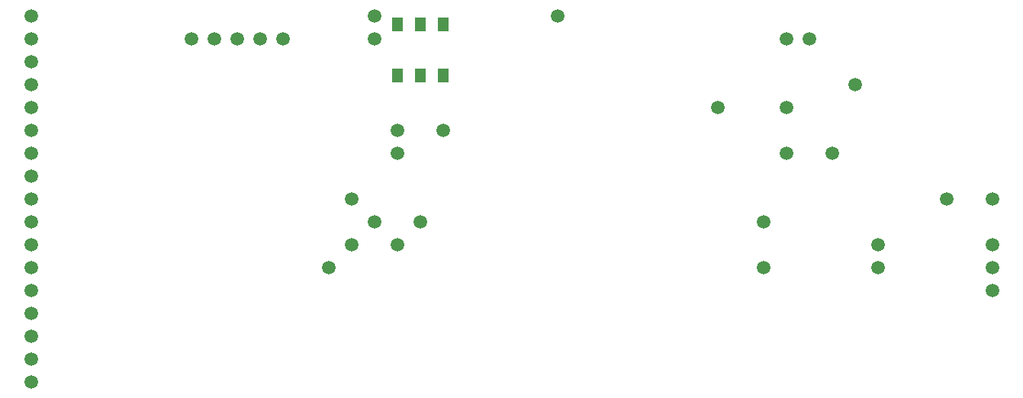
<source format=gbp>
G04 (created by PCBNEW (2013-jul-07)-stable) date Sun Aug 30 14:00:53 2015*
%MOIN*%
G04 Gerber Fmt 3.4, Leading zero omitted, Abs format*
%FSLAX34Y34*%
G01*
G70*
G90*
G04 APERTURE LIST*
%ADD10C,0.00590551*%
%ADD11C,0.0590551*%
%ADD12R,0.05X0.061811*%
G04 APERTURE END LIST*
G54D10*
G54D11*
X27000Y-28000D03*
X27000Y-30000D03*
X27000Y-25000D03*
X27000Y-17000D03*
X27000Y-19000D03*
X27000Y-21000D03*
X27000Y-23000D03*
X67000Y-23000D03*
X27000Y-26000D03*
X27000Y-24000D03*
X27000Y-22000D03*
X27000Y-20000D03*
X27000Y-18000D03*
X27000Y-16000D03*
X43000Y-25000D03*
X27000Y-27000D03*
X27000Y-29000D03*
X27000Y-31000D03*
X27000Y-15000D03*
X69000Y-27000D03*
X69000Y-26000D03*
X69000Y-25000D03*
X69000Y-23000D03*
X35000Y-16000D03*
X64000Y-25000D03*
X60000Y-19000D03*
X60000Y-16000D03*
X50000Y-15000D03*
X61000Y-16000D03*
X44000Y-24000D03*
X64000Y-26000D03*
X59000Y-24000D03*
X62000Y-21000D03*
X59000Y-26000D03*
X63000Y-18000D03*
X60000Y-21000D03*
X57000Y-19000D03*
X40000Y-26000D03*
X42000Y-24000D03*
X41000Y-25000D03*
X43000Y-20000D03*
X45000Y-20000D03*
X43000Y-21000D03*
X36000Y-16000D03*
X37000Y-16000D03*
X42000Y-15000D03*
X42000Y-16000D03*
X41000Y-23000D03*
X38000Y-16000D03*
X34000Y-16000D03*
G54D12*
X44000Y-17608D03*
X43000Y-17608D03*
X45000Y-17608D03*
X45000Y-15391D03*
X44000Y-15391D03*
X43000Y-15391D03*
M02*

</source>
